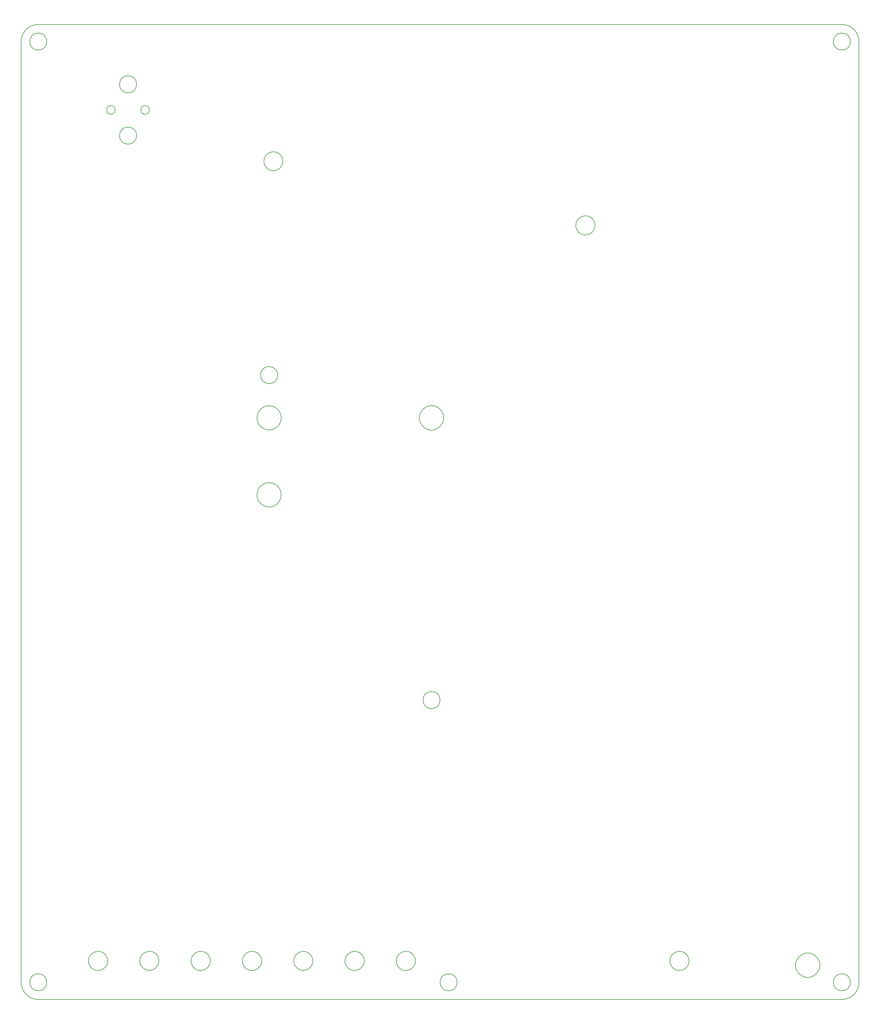
<source format=gbr>
G04 DesignSpark PCB Gerber Version 10.0 Build 5299*
%FSLAX35Y35*%
%MOIN*%
%ADD17C,0.00500*%
X0Y0D02*
D02*
D17*
X250Y20250D02*
G75*
G03*
X20250Y250I20000J0D01*
G01*
X960250D01*
G75*
G03*
X980250Y20250I0J20000D01*
G01*
Y1120250D01*
G75*
G03*
X960250Y1140250I-20000J0D01*
G01*
X20250D01*
G75*
G03*
X250Y1120250I0J-20000D01*
G01*
Y20250D01*
X20250Y30250D02*
G75*
G03*
Y10250I0J-10000D01*
G01*
G75*
G03*
Y30250I0J10000D01*
G01*
Y1130250D02*
G75*
G03*
Y1110250I0J-10000D01*
G01*
G75*
G03*
Y1130250I0J10000D01*
G01*
X100250Y50250D02*
G75*
G03*
X80250Y40250I-10000J-5000D01*
G01*
G75*
G03*
X100250Y50250I10000J5000D01*
G01*
Y1040250D02*
G75*
G03*
X110250I5000J0D01*
G01*
G75*
G03*
X100250I-5000J0D01*
G01*
X125250Y1020250D02*
G75*
G03*
Y1000250I0J-10000D01*
G01*
G75*
G03*
Y1020250I0J10000D01*
G01*
Y1080250D02*
G75*
G03*
Y1060250I0J-10000D01*
G01*
G75*
G03*
Y1080250I0J10000D01*
G01*
X140250Y1040250D02*
G75*
G03*
X150250I5000J0D01*
G01*
G75*
G03*
X140250I-5000J0D01*
G01*
X160250Y50250D02*
G75*
G03*
X140250Y40250I-10000J-5000D01*
G01*
G75*
G03*
X160250Y50250I10000J5000D01*
G01*
X220250D02*
G75*
G03*
X200250Y40250I-10000J-5000D01*
G01*
G75*
G03*
X220250Y50250I10000J5000D01*
G01*
X280250D02*
G75*
G03*
X260250Y40250I-10000J-5000D01*
G01*
G75*
G03*
X280250Y50250I10000J5000D01*
G01*
Y580250D02*
G75*
G03*
X300250Y600250I10000J10000D01*
G01*
G75*
G03*
X280250Y580250I-10000J-10000D01*
G01*
Y670250D02*
G75*
G03*
X300250Y690250I10000J10000D01*
G01*
G75*
G03*
X280250Y670250I-10000J-10000D01*
G01*
X290250Y740250D02*
G75*
G03*
Y720250I0J-10000D01*
G01*
G75*
G03*
Y740250I0J10000D01*
G01*
Y990250D02*
G75*
G03*
X300250Y970250I5000J-10000D01*
G01*
G75*
G03*
X290250Y990250I-5000J10000D01*
G01*
X340250Y50250D02*
G75*
G03*
X320250Y40250I-10000J-5000D01*
G01*
G75*
G03*
X340250Y50250I10000J5000D01*
G01*
X400250D02*
G75*
G03*
X380250Y40250I-10000J-5000D01*
G01*
G75*
G03*
X400250Y50250I10000J5000D01*
G01*
X460250D02*
G75*
G03*
X440250Y40250I-10000J-5000D01*
G01*
G75*
G03*
X460250Y50250I10000J5000D01*
G01*
X480250Y360250D02*
G75*
G03*
Y340250I0J-10000D01*
G01*
G75*
G03*
Y360250I0J10000D01*
G01*
X490250Y690250D02*
G75*
G03*
X470250Y670250I-10000J-10000D01*
G01*
G75*
G03*
X490250Y690250I10000J10000D01*
G01*
X500250Y30250D02*
G75*
G03*
Y10250I0J-10000D01*
G01*
G75*
G03*
Y30250I0J10000D01*
G01*
X670250Y910250D02*
G75*
G03*
X650250Y900250I-10000J-5000D01*
G01*
G75*
G03*
X670250Y910250I10000J5000D01*
G01*
X780250Y50250D02*
G75*
G03*
X760250Y40250I-10000J-5000D01*
G01*
G75*
G03*
X780250Y50250I10000J5000D01*
G01*
X930250D02*
G75*
G03*
X910250Y30250I-10000J-10000D01*
G01*
G75*
G03*
X930250Y50250I10000J10000D01*
G01*
X960250Y30250D02*
G75*
G03*
Y10250I0J-10000D01*
G01*
G75*
G03*
Y30250I0J10000D01*
G01*
Y1130250D02*
G75*
G03*
Y1110250I0J-10000D01*
G01*
G75*
G03*
Y1130250I0J10000D01*
G01*
X0Y0D02*
M02*

</source>
